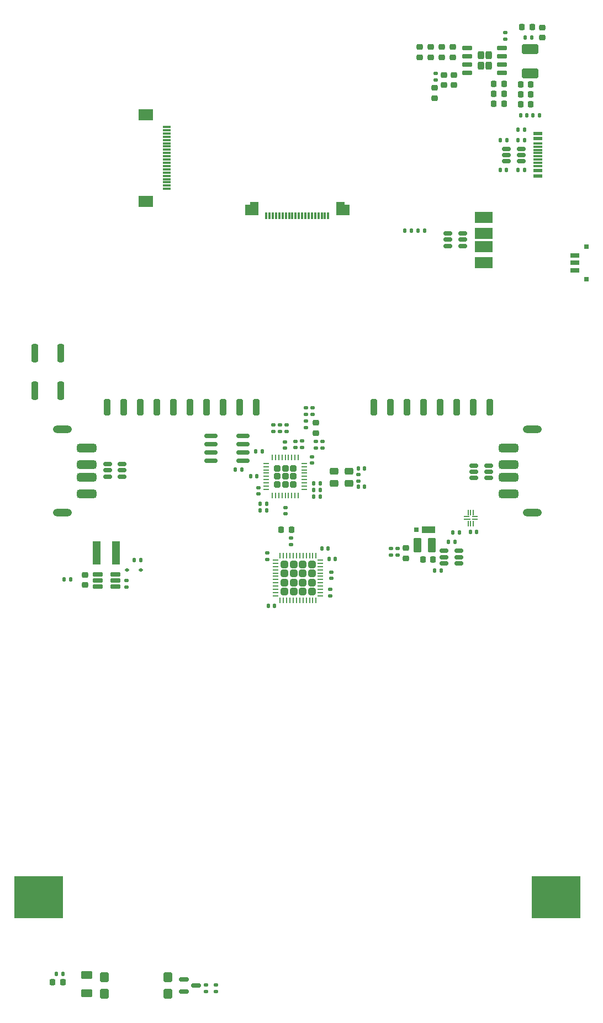
<source format=gbr>
%TF.GenerationSoftware,KiCad,Pcbnew,9.0.4*%
%TF.CreationDate,2025-09-18T14:59:58+02:00*%
%TF.ProjectId,blackpants,626c6163-6b70-4616-9e74-732e6b696361,V2.5*%
%TF.SameCoordinates,Original*%
%TF.FileFunction,Paste,Bot*%
%TF.FilePolarity,Positive*%
%FSLAX46Y46*%
G04 Gerber Fmt 4.6, Leading zero omitted, Abs format (unit mm)*
G04 Created by KiCad (PCBNEW 9.0.4) date 2025-09-18 14:59:58*
%MOMM*%
%LPD*%
G01*
G04 APERTURE LIST*
G04 Aperture macros list*
%AMRoundRect*
0 Rectangle with rounded corners*
0 $1 Rounding radius*
0 $2 $3 $4 $5 $6 $7 $8 $9 X,Y pos of 4 corners*
0 Add a 4 corners polygon primitive as box body*
4,1,4,$2,$3,$4,$5,$6,$7,$8,$9,$2,$3,0*
0 Add four circle primitives for the rounded corners*
1,1,$1+$1,$2,$3*
1,1,$1+$1,$4,$5*
1,1,$1+$1,$6,$7*
1,1,$1+$1,$8,$9*
0 Add four rect primitives between the rounded corners*
20,1,$1+$1,$2,$3,$4,$5,0*
20,1,$1+$1,$4,$5,$6,$7,0*
20,1,$1+$1,$6,$7,$8,$9,0*
20,1,$1+$1,$8,$9,$2,$3,0*%
%AMFreePoly0*
4,1,7,1.050000,-0.975000,-1.050000,-0.975000,-1.050000,0.625000,-0.250000,0.625000,-0.250000,0.975000,1.050000,0.975000,1.050000,-0.975000,1.050000,-0.975000,$1*%
%AMFreePoly1*
4,1,7,0.250000,0.625000,1.050000,0.625000,1.050000,-0.975000,-1.050000,-0.975000,-1.050000,0.975000,0.250000,0.975000,0.250000,0.625000,0.250000,0.625000,$1*%
G04 Aperture macros list end*
%ADD10RoundRect,0.135000X0.135000X0.185000X-0.135000X0.185000X-0.135000X-0.185000X0.135000X-0.185000X0*%
%ADD11RoundRect,0.140000X-0.140000X-0.170000X0.140000X-0.170000X0.140000X0.170000X-0.140000X0.170000X0*%
%ADD12RoundRect,0.225000X0.225000X0.250000X-0.225000X0.250000X-0.225000X-0.250000X0.225000X-0.250000X0*%
%ADD13RoundRect,0.225000X-0.250000X0.225000X-0.250000X-0.225000X0.250000X-0.225000X0.250000X0.225000X0*%
%ADD14RoundRect,0.140000X0.170000X-0.140000X0.170000X0.140000X-0.170000X0.140000X-0.170000X-0.140000X0*%
%ADD15R,2.700000X1.700000*%
%ADD16R,1.450000X0.600000*%
%ADD17R,1.450000X0.300000*%
%ADD18RoundRect,0.150000X-0.512500X-0.150000X0.512500X-0.150000X0.512500X0.150000X-0.512500X0.150000X0*%
%ADD19RoundRect,0.250000X0.625000X-0.375000X0.625000X0.375000X-0.625000X0.375000X-0.625000X-0.375000X0*%
%ADD20RoundRect,0.150000X-0.587500X-0.150000X0.587500X-0.150000X0.587500X0.150000X-0.587500X0.150000X0*%
%ADD21RoundRect,0.250000X-0.400000X-0.300000X0.400000X-0.300000X0.400000X0.300000X-0.400000X0.300000X0*%
%ADD22RoundRect,0.140000X-0.170000X0.140000X-0.170000X-0.140000X0.170000X-0.140000X0.170000X0.140000X0*%
%ADD23RoundRect,0.250000X0.315000X0.315000X-0.315000X0.315000X-0.315000X-0.315000X0.315000X-0.315000X0*%
%ADD24RoundRect,0.062500X0.375000X0.062500X-0.375000X0.062500X-0.375000X-0.062500X0.375000X-0.062500X0*%
%ADD25RoundRect,0.062500X0.062500X0.375000X-0.062500X0.375000X-0.062500X-0.375000X0.062500X-0.375000X0*%
%ADD26RoundRect,0.242500X-0.242500X-0.382500X0.242500X-0.382500X0.242500X0.382500X-0.242500X0.382500X0*%
%ADD27RoundRect,0.150000X-0.650000X-0.150000X0.650000X-0.150000X0.650000X0.150000X-0.650000X0.150000X0*%
%ADD28RoundRect,0.225000X-0.225000X-0.250000X0.225000X-0.250000X0.225000X0.250000X-0.225000X0.250000X0*%
%ADD29RoundRect,0.135000X-0.135000X-0.185000X0.135000X-0.185000X0.135000X0.185000X-0.135000X0.185000X0*%
%ADD30RoundRect,0.135000X0.185000X-0.135000X0.185000X0.135000X-0.185000X0.135000X-0.185000X-0.135000X0*%
%ADD31RoundRect,0.050000X-0.437500X-0.050000X0.437500X-0.050000X0.437500X0.050000X-0.437500X0.050000X0*%
%ADD32RoundRect,0.050000X-0.337500X-0.050000X0.337500X-0.050000X0.337500X0.050000X-0.337500X0.050000X0*%
%ADD33RoundRect,0.050000X-0.050000X-0.337500X0.050000X-0.337500X0.050000X0.337500X-0.050000X0.337500X0*%
%ADD34RoundRect,0.162500X0.617500X0.162500X-0.617500X0.162500X-0.617500X-0.162500X0.617500X-0.162500X0*%
%ADD35RoundRect,0.150000X0.825000X0.150000X-0.825000X0.150000X-0.825000X-0.150000X0.825000X-0.150000X0*%
%ADD36R,7.460000X6.470000*%
%ADD37RoundRect,0.140000X0.140000X0.170000X-0.140000X0.170000X-0.140000X-0.170000X0.140000X-0.170000X0*%
%ADD38RoundRect,0.218750X0.218750X0.256250X-0.218750X0.256250X-0.218750X-0.256250X0.218750X-0.256250X0*%
%ADD39RoundRect,0.225000X0.250000X-0.225000X0.250000X0.225000X-0.250000X0.225000X-0.250000X-0.225000X0*%
%ADD40RoundRect,0.176250X-0.528750X-0.558750X0.528750X-0.558750X0.528750X0.558750X-0.528750X0.558750X0*%
%ADD41RoundRect,0.250001X0.999999X-0.499999X0.999999X0.499999X-0.999999X0.499999X-0.999999X-0.499999X0*%
%ADD42RoundRect,0.135000X-0.185000X0.135000X-0.185000X-0.135000X0.185000X-0.135000X0.185000X0.135000X0*%
%ADD43RoundRect,0.150000X0.512500X0.150000X-0.512500X0.150000X-0.512500X-0.150000X0.512500X-0.150000X0*%
%ADD44RoundRect,0.218750X0.256250X-0.218750X0.256250X0.218750X-0.256250X0.218750X-0.256250X-0.218750X0*%
%ADD45RoundRect,0.218750X-0.218750X-0.256250X0.218750X-0.256250X0.218750X0.256250X-0.218750X0.256250X0*%
%ADD46RoundRect,0.218750X-0.256250X0.218750X-0.256250X-0.218750X0.256250X-0.218750X0.256250X0.218750X0*%
%ADD47R,1.400000X0.800000*%
%ADD48R,0.800000X0.650000*%
%ADD49O,2.900000X1.200000*%
%ADD50RoundRect,0.325000X-1.175000X0.325000X-1.175000X-0.325000X1.175000X-0.325000X1.175000X0.325000X0*%
%ADD51RoundRect,0.250000X-0.250000X1.150000X-0.250000X-1.150000X0.250000X-1.150000X0.250000X1.150000X0*%
%ADD52RoundRect,0.250000X0.250000X-1.000000X0.250000X1.000000X-0.250000X1.000000X-0.250000X-1.000000X0*%
%ADD53RoundRect,0.250000X0.375000X0.850000X-0.375000X0.850000X-0.375000X-0.850000X0.375000X-0.850000X0*%
%ADD54RoundRect,0.112500X0.187500X0.112500X-0.187500X0.112500X-0.187500X-0.112500X0.187500X-0.112500X0*%
%ADD55RoundRect,0.147500X0.147500X0.172500X-0.147500X0.172500X-0.147500X-0.172500X0.147500X-0.172500X0*%
%ADD56R,2.000000X1.100000*%
%ADD57R,0.800000X0.800000*%
%ADD58RoundRect,0.247500X0.247500X-0.247500X0.247500X0.247500X-0.247500X0.247500X-0.247500X-0.247500X0*%
%ADD59RoundRect,0.062500X0.062500X-0.350000X0.062500X0.350000X-0.062500X0.350000X-0.062500X-0.350000X0*%
%ADD60RoundRect,0.062500X0.350000X-0.062500X0.350000X0.062500X-0.350000X0.062500X-0.350000X-0.062500X0*%
%ADD61RoundRect,0.325000X1.175000X-0.325000X1.175000X0.325000X-1.175000X0.325000X-1.175000X-0.325000X0*%
%ADD62R,1.150000X3.600000*%
%ADD63R,1.300000X0.300000*%
%ADD64R,2.200000X1.800000*%
%ADD65RoundRect,0.075000X-0.075000X-0.475000X0.075000X-0.475000X0.075000X0.475000X-0.075000X0.475000X0*%
%ADD66FreePoly0,0.000000*%
%ADD67FreePoly1,0.000000*%
G04 APERTURE END LIST*
D10*
%TO.C,R28*%
X69600000Y-95300000D03*
X68580000Y-95300000D03*
%TD*%
%TO.C,R27*%
X66500000Y-98100000D03*
X65480000Y-98100000D03*
%TD*%
D11*
%TO.C,C47*%
X108830000Y-45960000D03*
X109790000Y-45960000D03*
%TD*%
D12*
%TO.C,C19*%
X106675000Y-41900000D03*
X105125000Y-41900000D03*
%TD*%
D13*
%TO.C,C17*%
X96000000Y-39525000D03*
X96000000Y-41075000D03*
%TD*%
D14*
%TO.C,C7*%
X70350000Y-111860000D03*
X70350000Y-110900000D03*
%TD*%
D15*
%TO.C,J9*%
X103570000Y-63850000D03*
%TD*%
D16*
%TO.C,J8*%
X111865000Y-46510000D03*
X111865000Y-47310000D03*
D17*
X111865000Y-48510000D03*
X111865000Y-49510000D03*
X111865000Y-50010000D03*
X111865000Y-51010000D03*
D16*
X111865000Y-52210000D03*
X111865000Y-53010000D03*
X111865000Y-53010000D03*
X111865000Y-52210000D03*
D17*
X111865000Y-51510000D03*
X111865000Y-50510000D03*
X111865000Y-49010000D03*
X111865000Y-48010000D03*
D16*
X111865000Y-47310000D03*
X111865000Y-46510000D03*
%TD*%
D15*
%TO.C,J10*%
X103570000Y-66350000D03*
%TD*%
D14*
%TO.C,C30*%
X77300000Y-89580000D03*
X77300000Y-88620000D03*
%TD*%
D18*
%TO.C,U6*%
X102062500Y-99350000D03*
X102062500Y-98400000D03*
X102062500Y-97450000D03*
X104337500Y-97450000D03*
X104337500Y-98400000D03*
X104337500Y-99350000D03*
%TD*%
D11*
%TO.C,C13*%
X77510000Y-102200000D03*
X78470000Y-102200000D03*
%TD*%
D19*
%TO.C,F1*%
X42700000Y-178400000D03*
X42700000Y-175600000D03*
%TD*%
D20*
%TO.C,Q1*%
X57562500Y-178200000D03*
X57562500Y-176300000D03*
X59437500Y-177250000D03*
%TD*%
D21*
%TO.C,Y1*%
X80590000Y-98300000D03*
X82890000Y-98300000D03*
X82890000Y-100200000D03*
X80590000Y-100200000D03*
%TD*%
D22*
%TO.C,C9*%
X80050000Y-116470000D03*
X80050000Y-117430000D03*
%TD*%
D23*
%TO.C,U1*%
X77200000Y-116800000D03*
X77200000Y-115400000D03*
X77200000Y-114000000D03*
X77200000Y-112600000D03*
X75800000Y-116800000D03*
X75800000Y-115400000D03*
X75800000Y-114000000D03*
X75800000Y-112600000D03*
X74400000Y-116800000D03*
X74400000Y-115400000D03*
X74400000Y-114000000D03*
X74400000Y-112600000D03*
X73000000Y-116800000D03*
X73000000Y-115400000D03*
X73000000Y-114000000D03*
X73000000Y-112600000D03*
D24*
X78537500Y-111950000D03*
X78537500Y-112450000D03*
X78537500Y-112950001D03*
X78537500Y-113450000D03*
X78537500Y-113949999D03*
X78537500Y-114450000D03*
X78537500Y-114950000D03*
X78537500Y-115450001D03*
X78537500Y-115950000D03*
X78537500Y-116449999D03*
X78537500Y-116950000D03*
X78537500Y-117450000D03*
D25*
X77850000Y-118137500D03*
X77350000Y-118137500D03*
X76849999Y-118137500D03*
X76350000Y-118137500D03*
X75850001Y-118137500D03*
X75350000Y-118137500D03*
X74850000Y-118137500D03*
X74349999Y-118137500D03*
X73850000Y-118137500D03*
X73350001Y-118137500D03*
X72850000Y-118137500D03*
X72350000Y-118137500D03*
D24*
X71662500Y-117450000D03*
X71662500Y-116950000D03*
X71662500Y-116449999D03*
X71662500Y-115950000D03*
X71662500Y-115450001D03*
X71662500Y-114950000D03*
X71662500Y-114450000D03*
X71662500Y-113949999D03*
X71662500Y-113450000D03*
X71662500Y-112950001D03*
X71662500Y-112450000D03*
X71662500Y-111950000D03*
D25*
X72350000Y-111262500D03*
X72850000Y-111262500D03*
X73350001Y-111262500D03*
X73850000Y-111262500D03*
X74349999Y-111262500D03*
X74850000Y-111262500D03*
X75350000Y-111262500D03*
X75850001Y-111262500D03*
X76350000Y-111262500D03*
X76849999Y-111262500D03*
X77350000Y-111262500D03*
X77850000Y-111262500D03*
%TD*%
D26*
%TO.C,U2*%
X103100000Y-34525000D03*
X103100000Y-36075000D03*
X104300000Y-34525000D03*
X104300000Y-36075000D03*
D27*
X101050000Y-37205000D03*
X101050000Y-35935000D03*
X101050000Y-34665000D03*
X101050000Y-33395000D03*
X106350000Y-33395000D03*
X106350000Y-34665000D03*
X106350000Y-35935000D03*
X106350000Y-37205000D03*
%TD*%
D11*
%TO.C,C23*%
X77510000Y-100200000D03*
X78470000Y-100200000D03*
%TD*%
D28*
%TO.C,C25*%
X109225000Y-39000000D03*
X110775000Y-39000000D03*
%TD*%
D29*
%TO.C,R16*%
X95990000Y-113600000D03*
X97010000Y-113600000D03*
%TD*%
D30*
%TO.C,R38*%
X62500000Y-178210000D03*
X62500000Y-177190000D03*
%TD*%
D31*
%TO.C,U11*%
X101000000Y-105700000D03*
D32*
X100900000Y-105300000D03*
D33*
X101162500Y-104637500D03*
X101562500Y-104637500D03*
X101962500Y-104637500D03*
D32*
X102225000Y-105300000D03*
X102225000Y-105700000D03*
D33*
X101962500Y-106362500D03*
X101562500Y-106362500D03*
X101162500Y-106362500D03*
%TD*%
D10*
%TO.C,R21*%
X70320000Y-103300000D03*
X69300000Y-103300000D03*
%TD*%
D29*
%TO.C,R17*%
X109890000Y-31800000D03*
X110910000Y-31800000D03*
%TD*%
D34*
%TO.C,U15*%
X47090000Y-114125000D03*
X47090000Y-115075000D03*
X47090000Y-116025000D03*
X44390000Y-116025000D03*
X44390000Y-115075000D03*
X44390000Y-114125000D03*
%TD*%
D35*
%TO.C,U4*%
X66675000Y-92895000D03*
X66675000Y-94165000D03*
X66675000Y-95435000D03*
X66675000Y-96705000D03*
X61725000Y-96705000D03*
X61725000Y-95435000D03*
X61725000Y-94165000D03*
X61725000Y-92895000D03*
%TD*%
D36*
%TO.C,BT1*%
X35325000Y-163700000D03*
X114665000Y-163700000D03*
%TD*%
D13*
%TO.C,C32*%
X42400000Y-114215000D03*
X42400000Y-115765000D03*
%TD*%
D28*
%TO.C,C26*%
X109225000Y-42000000D03*
X110775000Y-42000000D03*
%TD*%
D15*
%TO.C,J7*%
X103570000Y-61850000D03*
%TD*%
D14*
%TO.C,C15*%
X68990000Y-101800000D03*
X68990000Y-100840000D03*
%TD*%
D37*
%TO.C,C29*%
X85270000Y-97900000D03*
X84310000Y-97900000D03*
%TD*%
D38*
%TO.C,D7*%
X39037500Y-176750000D03*
X37462500Y-176750000D03*
%TD*%
D39*
%TO.C,C21*%
X112500000Y-31775000D03*
X112500000Y-30225000D03*
%TD*%
D40*
%TO.C,U10*%
X45400000Y-178520000D03*
X45400000Y-175980000D03*
X55100000Y-175980000D03*
X55100000Y-178520000D03*
%TD*%
D11*
%TO.C,C8*%
X78740000Y-110200000D03*
X79700000Y-110200000D03*
%TD*%
D37*
%TO.C,C10*%
X71480000Y-119000000D03*
X70520000Y-119000000D03*
%TD*%
D41*
%TO.C,L1*%
X110700000Y-37250000D03*
X110700000Y-33550000D03*
%TD*%
D42*
%TO.C,R7*%
X76300000Y-90590000D03*
X76300000Y-91610000D03*
%TD*%
D29*
%TO.C,R26*%
X98780000Y-107700000D03*
X99800000Y-107700000D03*
%TD*%
D43*
%TO.C,U8*%
X100337500Y-61850000D03*
X100337500Y-62800000D03*
X100337500Y-63750000D03*
X98062500Y-63750000D03*
X98062500Y-62800000D03*
X98062500Y-61850000D03*
%TD*%
D44*
%TO.C,D3*%
X95400000Y-34787500D03*
X95400000Y-33212500D03*
%TD*%
D45*
%TO.C,D6*%
X72500000Y-107300000D03*
X74075000Y-107300000D03*
%TD*%
D22*
%TO.C,C31*%
X74700000Y-93720000D03*
X74700000Y-94680000D03*
%TD*%
D37*
%TO.C,C28*%
X85270000Y-100700000D03*
X84310000Y-100700000D03*
%TD*%
D10*
%TO.C,R11*%
X109790000Y-52090000D03*
X108770000Y-52090000D03*
%TD*%
D46*
%TO.C,D2*%
X93700000Y-33212500D03*
X93700000Y-34787500D03*
%TD*%
D30*
%TO.C,R23*%
X48800000Y-116100000D03*
X48800000Y-115080000D03*
%TD*%
D11*
%TO.C,C49*%
X106100000Y-52080000D03*
X107060000Y-52080000D03*
%TD*%
D22*
%TO.C,C6*%
X80150000Y-113820000D03*
X80150000Y-114780000D03*
%TD*%
D47*
%TO.C,PWR_BUTTON1*%
X117544543Y-65209611D03*
X117544543Y-66359611D03*
X117544543Y-67509611D03*
D48*
X119296571Y-63884611D03*
X119296571Y-68834611D03*
%TD*%
D37*
%TO.C,C45*%
X110175000Y-43700000D03*
X109215000Y-43700000D03*
%TD*%
D30*
%TO.C,R2*%
X74050000Y-109620000D03*
X74050000Y-108600000D03*
%TD*%
D49*
%TO.C,J4*%
X111050000Y-91900000D03*
X111050000Y-104700000D03*
D50*
X107350000Y-94800000D03*
X107350000Y-97300000D03*
X107350000Y-99300000D03*
X107350000Y-101800000D03*
%TD*%
D13*
%TO.C,C3*%
X99010000Y-37525000D03*
X99010000Y-39075000D03*
%TD*%
D42*
%TO.C,R10*%
X73300000Y-91190000D03*
X73300000Y-92210000D03*
%TD*%
D51*
%TO.C,SW1*%
X34700000Y-80200000D03*
X34700000Y-86000000D03*
X38700000Y-80200000D03*
X38700000Y-86000000D03*
%TD*%
D30*
%TO.C,R15*%
X106900000Y-32010000D03*
X106900000Y-30990000D03*
%TD*%
D10*
%TO.C,R12*%
X109800000Y-47500000D03*
X108780000Y-47500000D03*
%TD*%
D14*
%TO.C,C12*%
X73090000Y-94800000D03*
X73090000Y-93840000D03*
%TD*%
D52*
%TO.C,J1*%
X104485000Y-88525000D03*
X101945000Y-88525000D03*
X99405000Y-88525000D03*
X96865000Y-88525000D03*
X94325000Y-88525000D03*
X91785000Y-88525000D03*
X89245000Y-88525000D03*
X86705000Y-88525000D03*
%TD*%
%TO.C,J2*%
X68655000Y-88525000D03*
X66115000Y-88525000D03*
X63575000Y-88525000D03*
X61035000Y-88525000D03*
X58495000Y-88525000D03*
X55955000Y-88525000D03*
X53415000Y-88525000D03*
X50875000Y-88525000D03*
X48335000Y-88525000D03*
X45795000Y-88525000D03*
%TD*%
D42*
%TO.C,R4*%
X71300000Y-91190000D03*
X71300000Y-92210000D03*
%TD*%
D22*
%TO.C,C16*%
X73200000Y-103920000D03*
X73200000Y-104880000D03*
%TD*%
D44*
%TO.C,D5*%
X98800000Y-34787500D03*
X98800000Y-33212500D03*
%TD*%
D11*
%TO.C,C11*%
X79850000Y-111762500D03*
X80810000Y-111762500D03*
%TD*%
D37*
%TO.C,C1*%
X99117500Y-109200000D03*
X98157500Y-109200000D03*
%TD*%
%TO.C,C27*%
X68770000Y-99100000D03*
X67810000Y-99100000D03*
%TD*%
D15*
%TO.C,J6*%
X103570000Y-59350000D03*
%TD*%
D53*
%TO.C,L2*%
X95587500Y-109700000D03*
X93437500Y-109700000D03*
%TD*%
D42*
%TO.C,R19*%
X77800000Y-93790000D03*
X77800000Y-94810000D03*
%TD*%
D10*
%TO.C,R24*%
X94520000Y-61400000D03*
X93500000Y-61400000D03*
%TD*%
D42*
%TO.C,R9*%
X75700000Y-93690000D03*
X75700000Y-94710000D03*
%TD*%
D54*
%TO.C,D13*%
X50950000Y-113490000D03*
X48850000Y-113490000D03*
%TD*%
D10*
%TO.C,R20*%
X70320000Y-104300000D03*
X69300000Y-104300000D03*
%TD*%
D30*
%TO.C,R1*%
X90312500Y-111210000D03*
X90312500Y-110190000D03*
%TD*%
D43*
%TO.C,U7*%
X99775000Y-110550000D03*
X99775000Y-111500000D03*
X99775000Y-112450000D03*
X97500000Y-112450000D03*
X97500000Y-111500000D03*
X97500000Y-110550000D03*
%TD*%
D10*
%TO.C,R22*%
X40200000Y-114900000D03*
X39180000Y-114900000D03*
%TD*%
D13*
%TO.C,C2*%
X97500000Y-37525000D03*
X97500000Y-39075000D03*
%TD*%
D14*
%TO.C,C14*%
X77200000Y-97080000D03*
X77200000Y-96120000D03*
%TD*%
D30*
%TO.C,R5*%
X84370000Y-99820000D03*
X84370000Y-98800000D03*
%TD*%
D28*
%TO.C,C24*%
X109225000Y-40500000D03*
X110775000Y-40500000D03*
%TD*%
D11*
%TO.C,C50*%
X106140000Y-47520000D03*
X107100000Y-47520000D03*
%TD*%
D37*
%TO.C,C44*%
X50960000Y-112000000D03*
X50000000Y-112000000D03*
%TD*%
D30*
%TO.C,R13*%
X78800000Y-94800000D03*
X78800000Y-93780000D03*
%TD*%
D55*
%TO.C,FB2*%
X112100000Y-43700000D03*
X111130000Y-43700000D03*
%TD*%
D46*
%TO.C,D8*%
X77800000Y-90912500D03*
X77800000Y-92487500D03*
%TD*%
D56*
%TO.C,D1*%
X95092500Y-107300000D03*
D57*
X93192500Y-107300000D03*
%TD*%
D58*
%TO.C,U3*%
X71897500Y-100350000D03*
X73127500Y-100350000D03*
X74357500Y-100350000D03*
X71897500Y-99120000D03*
X73127500Y-99120000D03*
X74357500Y-99120000D03*
X71897500Y-97890000D03*
X73127500Y-97890000D03*
X74357500Y-97890000D03*
D59*
X75127500Y-102057500D03*
X74627500Y-102057500D03*
X74127500Y-102057500D03*
X73627500Y-102057500D03*
X73127500Y-102057500D03*
X72627500Y-102057500D03*
X72127500Y-102057500D03*
X71627500Y-102057500D03*
X71127500Y-102057500D03*
D60*
X70190000Y-101120000D03*
X70190000Y-100620000D03*
X70190000Y-100120000D03*
X70190000Y-99620000D03*
X70190000Y-99120000D03*
X70190000Y-98620000D03*
X70190000Y-98120000D03*
X70190000Y-97620000D03*
X70190000Y-97120000D03*
D59*
X71127500Y-96182500D03*
X71627500Y-96182500D03*
X72127500Y-96182500D03*
X72627500Y-96182500D03*
X73127500Y-96182500D03*
X73627500Y-96182500D03*
X74127500Y-96182500D03*
X74627500Y-96182500D03*
X75127500Y-96182500D03*
D60*
X76065000Y-97120000D03*
X76065000Y-97620000D03*
X76065000Y-98120000D03*
X76065000Y-98620000D03*
X76065000Y-99120000D03*
X76065000Y-99620000D03*
X76065000Y-100120000D03*
X76065000Y-100620000D03*
X76065000Y-101120000D03*
%TD*%
D42*
%TO.C,R14*%
X96200000Y-37290000D03*
X96200000Y-38310000D03*
%TD*%
D12*
%TO.C,C18*%
X106675000Y-40400000D03*
X105125000Y-40400000D03*
%TD*%
D49*
%TO.C,J5*%
X38950000Y-104700000D03*
X38950000Y-91900000D03*
D61*
X42650000Y-101800000D03*
X42650000Y-99300000D03*
X42650000Y-97300000D03*
X42650000Y-94800000D03*
%TD*%
D29*
%TO.C,R8*%
X77480000Y-101200000D03*
X78500000Y-101200000D03*
%TD*%
D42*
%TO.C,R18*%
X89312500Y-110190000D03*
X89312500Y-111210000D03*
%TD*%
D62*
%TO.C,L3*%
X44225000Y-110890000D03*
X47175000Y-110890000D03*
%TD*%
D12*
%TO.C,C20*%
X106675000Y-38900000D03*
X105125000Y-38900000D03*
%TD*%
D28*
%TO.C,C22*%
X109425000Y-30200000D03*
X110975000Y-30200000D03*
%TD*%
D39*
%TO.C,C5*%
X91662500Y-111675000D03*
X91662500Y-110125000D03*
%TD*%
D28*
%TO.C,C4*%
X94237500Y-111900000D03*
X95787500Y-111900000D03*
%TD*%
D29*
%TO.C,R43*%
X37990000Y-175500000D03*
X39010000Y-175500000D03*
%TD*%
D46*
%TO.C,D4*%
X97100000Y-33212500D03*
X97100000Y-34787500D03*
%TD*%
D63*
%TO.C,J12*%
X55000000Y-55000000D03*
X55000000Y-54500000D03*
X55000000Y-54000000D03*
X55000000Y-53500000D03*
X55000000Y-53000000D03*
X55000000Y-52500000D03*
X55000000Y-52000000D03*
X55000000Y-51500000D03*
X55000000Y-51000000D03*
X55000000Y-50500000D03*
X55000000Y-50000000D03*
X55000000Y-49500000D03*
X55000000Y-49000000D03*
X55000000Y-48500000D03*
X55000000Y-48000000D03*
X55000000Y-47500000D03*
X55000000Y-47000000D03*
X55000000Y-46500000D03*
X55000000Y-46000000D03*
X55000000Y-45500000D03*
D64*
X51750000Y-56900000D03*
X51750000Y-43600000D03*
%TD*%
D11*
%TO.C,C33*%
X101500000Y-107600000D03*
X102460000Y-107600000D03*
%TD*%
D30*
%TO.C,R50*%
X61000000Y-178210000D03*
X61000000Y-177190000D03*
%TD*%
D65*
%TO.C,J11*%
X70215000Y-59125000D03*
X70715000Y-59125000D03*
X71215000Y-59125000D03*
X71715000Y-59125000D03*
X72215000Y-59125000D03*
X72715000Y-59125000D03*
X73215000Y-59125000D03*
X73715000Y-59125000D03*
X74215000Y-59125000D03*
X74715000Y-59125000D03*
X75215000Y-59125000D03*
X75715000Y-59125000D03*
X76215000Y-59125000D03*
X76715000Y-59125000D03*
X77215000Y-59125000D03*
X77715000Y-59125000D03*
X78215000Y-59125000D03*
X78715000Y-59125000D03*
X79215000Y-59125000D03*
X79715000Y-59125000D03*
D66*
X67965000Y-58000000D03*
D67*
X81965000Y-58000000D03*
%TD*%
D42*
%TO.C,R3*%
X72300000Y-91190000D03*
X72300000Y-92210000D03*
%TD*%
%TO.C,R6*%
X76300000Y-88590000D03*
X76300000Y-89610000D03*
%TD*%
D43*
%TO.C,U5*%
X48137500Y-97250000D03*
X48137500Y-98200000D03*
X48137500Y-99150000D03*
X45862500Y-99150000D03*
X45862500Y-98200000D03*
X45862500Y-97250000D03*
%TD*%
D10*
%TO.C,R25*%
X92500000Y-61400000D03*
X91480000Y-61400000D03*
%TD*%
D43*
%TO.C,U12*%
X109275000Y-48850000D03*
X109275000Y-49800000D03*
X109275000Y-50750000D03*
X107000000Y-50750000D03*
X107000000Y-49800000D03*
X107000000Y-48850000D03*
%TD*%
M02*

</source>
